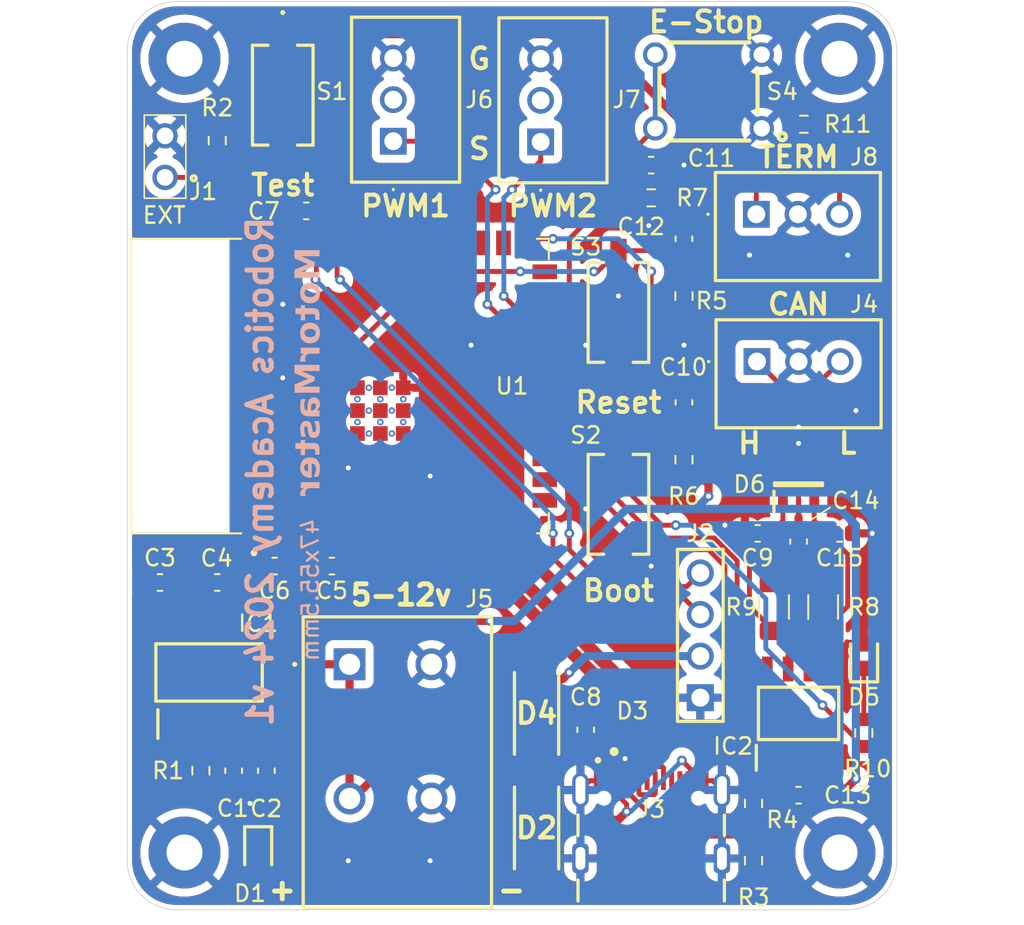
<source format=kicad_pcb>
(kicad_pcb (version 20240108) (generator "pcbnew") (generator_version "8.0")
  (layers (0 "F.Cu" signal) (31 "B.Cu" signal) (34 "B.Paste" user) (35 "F.Paste" user) (36 "B.SilkS" user "B.Silkscreen") (37 "F.SilkS" user "F.Silkscreen") (38 "B.Mask" user) (39 "F.Mask" user) (44 "Edge.Cuts" user))
  (net 0 "")
  (net 1 "VCC_IN")
  (net 2 "GND")
  (net 3 "VCC_3V3")
  (net 4 "CHIP_EN")
  (net 5 "GPIO0")
  (net 8 "RX")
  (net 9 "TX")
  (net 25 "Net-(D1-K)")
  (net 26 "USB-")
  (net 27 "USB+")
  (net 30 "Net-(D2-A)")
  (net 31 "GPIO2")
  (net 32 "Net-(D6-CANH)")
  (net 33 "GPIO48")
  (net 34 "Net-(C14-Pad2)")
  (net 35 "Net-(D6-CANL)")
  (net 36 "Net-(D4-A)")
  (net 40 "Net-(D5-K)")
  (net 41 "GPIO9")
  (net 42 "GPIO10")
  (net 43 "GPIO1")
  (net 44 "Net-(J3-CC1)")
  (net 47 "Net-(J3-CC2)")
  (net 48 "GPIO21")
  (net 49 "GPIO47")
  (net 50 "Net-(J8-CANL)")
  (net 51 "Net-(J8-CANH)")
  (net 52 "GPIO11")
  (net 60 "unconnected-(U1-IO6-Pad6)")
  (footprint "Capacitor_SMD:C_0603_1608Metric" (layer "F.Cu") (at 133 120.5 90)
    (property "Reference" "C1")
    (property "Value" "10uF")
  )
  (footprint "Resistor_SMD:R_0603_1608Metric" (layer "F.Cu") (at 158.5 85.5)
    (property "Reference" "R7")
    (property "Value" "10k")
  )
  (footprint "ESP32-S3-WROOM-1-N8:XCVR_ESP32-S3-WROOM-1-N8" (layer "F.Cu") (at 139.5 97 90)
    (property "Reference" "U1")
    (property "Value" "ESP32-S3-WROOM-1-N8")
  )
  (footprint "MountingHole:MountingHole_2.2mm_M2_Pad" (layer "F.Cu") (at 170 77)
    (property "Reference" "REF**" (hide yes))
    (property "Value" "MountingHole_2.2mm_M2_Pad")
  )
  (footprint "Capacitor_SMD:C_0603_1608Metric" (layer "F.Cu") (at 139 108)
    (property "Reference" "C5")
    (property "Value" "0.1uF")
  )
  (footprint "Capacitor_SMD:C_0603_1608Metric" (layer "F.Cu") (at 160.5 88 -90)
    (property "Reference" "C12")
    (property "Value" "0.1uF")
  )
  (footprint "USB-C-data-connector:GCT_USB4105-GF-A" (layer "F.Cu") (at 158.5 125.8625)
    (property "Reference" "J3")
    (property "Value" "USB4105-GF-A")
  )
  (footprint "SamacSys_Parts:DQA_R-PUSON-N10_" (layer "F.Cu") (at 157.25 118.492275)
    (property "Reference" "D3")
    (property "Value" "TPD4E02B04DQAR" (hide yes))
  )
  (footprint "SamacSys_Parts:LEDC1608X80N" (layer "F.Cu") (at 134.5 125.5 -90)
    (property "Reference" "D1")
    (property "Value" "150060RS75000" (hide yes))
  )
  (footprint "Capacitor_SMD:C_0603_1608Metric" (layer "F.Cu") (at 135.5 108 180)
    (property "Reference" "C6")
    (property "Value" "10uF")
  )
  (footprint "Resistor_SMD:R_0603_1608Metric" (layer "F.Cu") (at 164.75 122.5 90)
    (property "Reference" "R4")
    (property "Value" "5.1k")
  )
  (footprint "SamacSys_Parts:TSW-102-XX-YY-S" (layer "F.Cu") (at 128.8125 84.25 90)
    (property "Reference" "J1")
    (property "Value" "EXT")
  )
  (footprint "Resistor_SMD:R_0603_1608Metric" (layer "F.Cu") (at 131 120.5 90)
    (property "Reference" "R1")
    (property "Value" "47")
  )
  (footprint "SamacSys_Parts:1719710103" (layer "F.Cu") (at 142.75 82.04 -90)
    (property "Reference" "J6")
    (property "Value" "PWM1")
  )
  (footprint "SamacSys_Parts:LEDC1608X80N" (layer "F.Cu") (at 171.5 113.5 90)
    (property "Reference" "D5")
    (property "Value" "150060RS75000" (hide yes))
  )
  (footprint "SamacSys_Parts:PTS636SKG25JSMTRLFS" (layer "F.Cu") (at 156.5 92.5 90)
    (property "Reference" "S3")
    (property "Value" "Reset")
  )
  (footprint "SamacSys_Parts:1719710103" (layer "F.Cu") (at 164.92 86.5 180)
    (property "Reference" "J8")
    (property "Value" "TERM")
  )
  (footprint "Resistor_SMD:R_0603_1608Metric" (layer "F.Cu") (at 171.48384 118.19748 -90)
    (property "Reference" "R10")
    (property "Value" "47")
  )
  (footprint "Capacitor_SMD:C_0603_1608Metric" (layer "F.Cu") (at 160.5 98 -90)
    (property "Reference" "C10")
    (property "Value" "0.1uF")
  )
  (footprint "Resistor_SMD:R_0603_1608Metric" (layer "F.Cu") (at 160.5 91.5 -90)
    (property "Reference" "R5")
    (property "Value" "10k")
  )
  (footprint "Resistor_SMD:R_1206_3216Metric" (layer "F.Cu") (at 166 110.5 -90)
    (property "Reference" "R9")
    (property "Value" "60")
  )
  (footprint "SamacSys_Parts:1190297" (layer "F.Cu") (at 140.08 114)
    (property "Reference" "J5")
    (property "Value" "5-12V" (hide yes))
  )
  (footprint "MountingHole:MountingHole_2.2mm_M2_Pad" (layer "F.Cu") (at 130 125.5)
    (property "Reference" "REF**" (hide yes))
    (property "Value" "MountingHole_2.2mm_M2_Pad")
  )
  (footprint "Capacitor_SMD:C_0603_1608Metric" (layer "F.Cu") (at 158.5 83.5 180)
    (property "Reference" "C11")
    (property "Value" "0.1uF")
  )
  (footprint "SamacSys_Parts:DIONM5027X250N" (layer "F.Cu") (at 151.5 117 90)
    (property "Reference" "D4")
    (property "Value" "SK14" (hide yes))
  )
  (footprint "Capacitor_SMD:C_0603_1608Metric" (layer "F.Cu") (at 137.438648 86.297991 180)
    (property "Reference" "C7")
    (property "Value" "0.1uF")
  )
  (footprint "SamacSys_Parts:FSM4JH" (layer "F.Cu") (at 162 79 180)
    (property "Reference" "S4")
    (property "Value" "E-Stop")
  )
  (footprint "Capacitor_SMD:C_0603_1608Metric" (layer "F.Cu") (at 167.5 122)
    (property "Reference" "C13")
    (property "Value" "0.1uF")
  )
  (footprint "SamacSys_Parts:PTS636SKG25JSMTRLFS" (layer "F.Cu") (at 136 79.225 -90)
    (property "Reference" "S1")
    (property "Value" "Test")
  )
  (footprint "SamacSys_Parts:SOT230P700X180-4N" (layer "F.Cu") (at 131.5 114.5 90)
    (property "Reference" "IC1")
    (property "Value" "LM1117MPX-3.3_NOPB" (hide yes))
  )
  (footprint "SamacSys_Parts:SOT96P237X111-3N" (layer "F.Cu") (at 167.5 103 90)
    (property "Reference" "D6")
    (property "Value" "SZNUP2105LT1G" (hide yes))
  )
  (footprint "Capacitor_SMD:C_0603_1608Metric" (layer "F.Cu") (at 165 106 180)
    (property "Reference" "C9")
    (property "Value" "100p")
  )
  (footprint "Capacitor_SMD:C_0603_1608Metric" (layer "F.Cu") (at 132 109)
    (property "Reference" "C4")
    (property "Value" "10uF")
  )
  (footprint "Resistor_SMD:R_1206_3216Metric" (layer "F.Cu") (at 169 110.5 -90)
    (property "Reference" "R8")
    (property "Value" "60")
  )
  (footprint "Resistor_SMD:R_0603_1608Metric" (layer "F.Cu") (at 132 82 90)
    (property "Reference" "R2")
    (property "Value" "10k")
  )
  (footprint "MountingHole:MountingHole_2.2mm_M2_Pad" (layer "F.Cu") (at 130 77)
    (property "Reference" "REF**" (hide yes))
    (property "Value" "MountingHole_2.2mm_M2_Pad")
  )
  (footprint "SamacSys_Parts:1719710103" (layer "F.Cu") (at 164.96 95.5 180)
    (property "Reference" "J4")
    (property "Value" "CAN")
  )
  (footprint "Capacitor_SMD:C_0603_1608Metric" (layer "F.Cu") (at 128.5 109 180)
    (property "Reference" "C3")
    (property "Value" "0.1uF")
  )
  (footprint "SamacSys_Parts:SOIC127P600X175-8N" (layer "F.Cu") (at 167.5 117 90)
    (property "Reference" "IC2")
    (property "Value" "SN65HVD232DR" (hide yes))
  )
  (footprint "Capacitor_SMD:C_0603_1608Metric" (layer "F.Cu") (at 135 120.5 90)
    (property "Reference" "C2")
    (property "Value" "0.1uF")
  )
  (footprint "SamacSys_Parts:DIONM5027X250N" (layer "F.Cu") (at 151.5 124 -90)
    (property "Reference" "D2")
    (property "Value" "SK14" (hide yes))
  )
  (footprint "Resistor_SMD:R_0603_1608Metric" (layer "F.Cu") (at 167.825 81 180)
    (property "Reference" "R11")
    (property "Value" "120")
  )
  (footprint "SamacSys_Parts:1719710103" (layer "F.Cu") (at 151.75 82.08 -90)
    (property "Reference" "J7")
    (property "Value" "PWM2")
  )
  (footprint "Resistor_SMD:R_0603_1608Metric" (layer "F.Cu") (at 164.75 126 90)
    (property "Reference" "R3")
    (property "Value" "5.1k")
  )
  (footprint "Capacitor_SMD:C_0603_1608Metric" (layer "F.Cu") (at 167.5 106.5 -90)
    (property "Reference" "C14")
    (property "Value" "4.7n")
  )
  (footprint "SamacSys_Parts:PTS636SKG25JSMTRLFS" (layer "F.Cu") (at 156.5 104.225 90)
    (property "Reference" "S2")
    (property "Value" "Boot")
  )
  (footprint "Resistor_SMD:R_0603_1608Metric" (layer "F.Cu") (at 160.5 101.5 -90)
    (property "Reference" "R6")
    (property "Value" "10k")
  )
  (footprint "Capacitor_SMD:C_0603_1608Metric" (layer "F.Cu") (at 170 106)
    (property "Reference" "C15")
    (property "Value" "100p")
  )
  (footprint "MountingHole:MountingHole_2.2mm_M2_Pad" (layer "F.Cu") (at 170 125.5)
    (property "Reference" "REF**" (hide yes))
    (property "Value" "MountingHole_2.2mm_M2_Pad")
  )
  (footprint "SamacSys_Parts:HDRV4W64P0X254_1X4_1016X254X889P" (layer "F.Cu") (at 161.5 116.04 90)
    (property "Reference" "J2")
    (property "Value" "FTDI" (hide yes))
  )
  (footprint "Capacitor_SMD:C_0603_1608Metric" (layer "F.Cu") (at 154.5 118 -90)
    (property "Reference" "C8")
    (property "Value" "10uF")
  )
  (gr_line (start 168.258856 105.175543) (end 169.420212 104.421992) (stroke (width 0.1)) (layer "F.SilkS"))
  (gr_line (start 170.5 73.5) (end 129.5 73.5) (stroke (width 0.05)) (layer "Edge.Cuts"))
  (gr_line (start 126.5 76.5) (end 126.5 126) (stroke (width 0.05)) (layer "Edge.Cuts"))
  (gr_arc (start 129.5 129) (mid 127.37868 128.12132) (end 126.5 126) (stroke (width 0.05)) (layer "Edge.Cuts"))
  (gr_arc (start 173.5 126) (mid 172.62132 128.12132) (end 170.5 129) (stroke (width 0.05)) (layer "Edge.Cuts"))
  (gr_line (start 129.5 129) (end 170.5 129) (stroke (width 0.05)) (layer "Edge.Cuts"))
  (gr_line (start 173.5 126) (end 173.5 76.5) (stroke (width 0.05)) (layer "Edge.Cuts"))
  (gr_arc (start 170.5 73.5) (mid 172.62132 74.37868) (end 173.5 76.5) (stroke (width 0.05)) (layer "Edge.Cuts"))
  (gr_arc (start 126.5 76.5) (mid 127.37868 74.37868) (end 129.5 73.5) (stroke (width 0.05)) (layer "Edge.Cuts"))
  (gr_text "47x55.5mm" (at 138.272576 105 90) (layer "B.SilkS") (effects (font (size 1 1)) (justify left bottom mirror)))
  (gr_text "Robotics Academy 2024 v1" (at 135.5 86.5 90) (layer "B.SilkS") (effects (font (size 1.5 1.5) (thickness 0.3) (bold yes)) (justify left bottom mirror)))
  (gr_text "MotorMaster" (at 138.5 88.5 90) (layer "B.SilkS") (effects (font (size 1.5 1.5) (thickness 0.3) (bold yes)) (justify left bottom mirror)))
  (gr_text "G" (at 148 77 0) (layer "F.SilkS") (effects (font (size 1.27 1.27) (thickness 0.254))))
  (gr_text "H" (at 164.5 100.5 0) (layer "F.SilkS") (effects (font (size 1.27 1.27) (thickness 0.254))))
  (gr_text "L" (at 170.5 100.5 0) (layer "F.SilkS") (effects (font (size 1.27 1.27) (thickness 0.254))))
  (gr_text "S" (at 148 82.5 0) (layer "F.SilkS") (effects (font (size 1.27 1.27) (thickness 0.254))))
  (gr_text "5-12v" (at 140 110.5 0) (layer "F.SilkS") (effects (font (size 1.25 1.25) (thickness 0.3) (bold yes)) (justify left bottom)))
  (gr_text "-" (at 149 128.5 0) (layer "F.SilkS") (effects (font (size 1.25 1.25) (thickness 0.3) (bold yes)) (justify left bottom)))
  (gr_text "+" (at 135 128.5 0) (layer "F.SilkS") (effects (font (size 1.25 1.25) (thickness 0.3) (bold yes)) (justify left bottom)))
  (segment (start 140.08 114) (end 137.45 114) (width 0.5) (layer "F.Cu") (net 1))
  (segment (start 135 119.725) (end 134.725 119.725) (width 0.5) (layer "F.Cu") (net 1))
  (segment (start 133 119.6) (end 133.8 118.8) (width 0.5) (layer "F.Cu") (net 1))
  (segment (start 154.175 119.1) (end 154.5 118.775) (width 0.5) (layer "F.Cu") (net 1))
  (segment (start 133 119.725) (end 133 119.6) (width 0.5) (layer "F.Cu") (net 1))
  (segment (start 137.45 114) (end 133.8 117.65) (width 0.5) (layer "F.Cu") (net 1))
  (segment (start 134.725 119.725) (end 133.8 118.8) (width 0.5) (layer "F.Cu") (net 1))
  (segment (start 140.3 122.2) (end 143.4 119.1) (width 0.5) (layer "F.Cu") (net 1))
  (segment (start 133.8 118.8) (end 133.8 117.65) (width 0.5) (layer "F.Cu") (net 1))
  (segment (start 151.5 119.1) (end 154.175 119.1) (width 0.5) (layer "F.Cu") (net 1))
  (segment (start 140.08 122.2) (end 140.3 122.2) (width 0.5) (layer "F.Cu") (net 1))
  (segment (start 140.08 122.2) (end 140.08 114) (width 0.5) (layer "F.Cu") (net 1))
  (segment (start 151.5 119.1) (end 151.5 121.9) (width 0.5) (layer "F.Cu") (net 1))
  (segment (start 143.4 119.1) (end 151.5 119.1) (width 0.5) (layer "F.Cu") (net 1))
  (segment (start 133 121.275) (end 134 122.275) (width 0.3) (layer "F.Cu") (net 2))
  (segment (start 166.865 121.86) (end 166.725 122) (width 0.3) (layer "F.Cu") (net 2))
  (segment (start 157.25 119.4125) (end 156.9 119.7625) (width 0.3) (layer "F.Cu") (net 2))
  (segment (start 159.275 83.5) (end 160.5 83.5) (width 0.3) (layer "F.Cu") (net 2))
  (segment (start 160.5 94.5) (end 160.5 97.225) (width 0.3) (layer "F.Cu") (net 2))
  (segment (start 162.245 121.1075) (end 162.82 121.6825) (width 0.3) (layer "F.Cu") (net 2))
  (segment (start 167.5 105.725) (end 167.5 101.95) (width 0.3) (layer "F.Cu") (net 2))
  (segment (start 154.755 121.1075) (end 154.18 121.6825) (width 0.3) (layer "F.Cu") (net 2))
  (segment (start 161.7 121.1075) (end 162.245 121.1075) (width 0.3) (layer "F.Cu") (net 2))
  (segment (start 155.3 121.1075) (end 154.755 121.1075) (width 0.3) (layer "F.Cu") (net 2))
  (segment (start 157.25 118.877275) (end 157.25 118.107275) (width 0.3) (layer "F.Cu") (net 2))
  (segment (start 167.5 100.5) (end 167.5 99.5) (width 0.3) (layer "F.Cu") (net 2))
  (segment (start 160.47557 87.20057) (end 160.5 87.225) (width 0.3) (layer "F.Cu") (net 2))
  (segment (start 166.865 119.712) (end 166.865 121.86) (width 0.3) (layer "F.Cu") (net 2))
  (segment (start 158.352186 87.20057) (end 160.47557 87.20057) (width 0.3) (layer "F.Cu") (net 2))
  (segment (start 154 121.8625) (end 154.18 121.6825) (width 0.3) (layer "F.Cu") (net 2))
  (segment (start 157.25 118.877275) (end 157.25 119.4125) (width 0.3) (layer "F.Cu") (net 2))
  (segment (start 167.5 101.95) (end 167.5 100.5) (width 0.3) (layer "F.Cu") (net 2))
  (segment (start 134 122.275) (end 134 122.5) (width 0.3) (layer "F.Cu") (net 2))
  (via (at 164.5 89) (size 0.6) (drill 0.3) (layers "F.Cu" "B.Cu") (net 2))
  (via (at 171 98.5) (size 0.6) (drill 0.3) (layers "F.Cu" "B.Cu") (net 2))
  (via (at 136 92) (size 0.6) (drill 0.3) (layers "F.Cu" "B.Cu") (net 2))
  (via (at 154.5 94.5) (size 0.6) (drill 0.3) (layers "F.Cu" "B.Cu") (net 2))
  (via (at 156.9 119.7625) (size 0.6) (drill 0.3) (layers "F.Cu" "B.Cu") (net 2))
  (via (at 145 126) (size 0.6) (drill 0.3) (layers "F.Cu" "B.Cu") (net 2))
  (via (at 170.5 89) (size 0.6) (drill 0.3) (layers "F.Cu" "B.Cu") (net 2))
  (via (at 134 122.5) (size 0.6) (drill 0.3) (layers "F.Cu" "B.Cu") (net 2))
  (via (at 156.5 91.5) (size 0.6) (drill 0.3) (layers "F.Cu" "B.Cu") (net 2))
  (via (at 172 106) (size 0.6) (drill 0.3) (layers "F.Cu" "B.Cu") (net 2))
  (via (at 163 105.5) (size 0.6) (drill 0.3) (layers "F.Cu" "B.Cu") (net 2))
  (via (at 167.5 100.5) (size 0.6) (drill 0.3) (layers "F.Cu" "B.Cu") (net 2))
  (via (at 154.5 104.5) (size 0.6) (drill 0.3) (layers "F.Cu" "B.Cu") (net 2))
  (via (at 136 96.5) (size 0.6) (drill 0.3) (layers "F.Cu" "B.Cu") (net 2))
  (via (at 147.5 94.5) (size 0.6) (drill 0.3) (layers "F.Cu" "B.Cu") (net 2))
  (via (at 158.5 108) (size 0.6) (drill 0.3) (layers "F.Cu" "B.Cu") (net 2))
  (via (at 140 102) (size 0.6) (drill 0.3) (layers "F.Cu" "B.Cu") (net 2))
  (via (at 167.5 99.5) (size 0.6) (drill 0.3) (layers "F.Cu" "B.Cu") (net 2))
  (via (at 140 126) (size 0.6) (drill 0.3) (layers "F.Cu" "B.Cu") (net 2))
  (via (at 145 102.5) (size 0.6) (drill 0.3) (layers "F.Cu" "B.Cu") (net 2))
  (via (at 160.5 94.5) (size 0.6) (drill 0.3) (layers "F.Cu" "B.Cu") (net 2))
  (via (at 160.5 83.5) (size 0.6) (drill 0.3) (layers "F.Cu" "B.Cu") (net 2))
  (via (at 158.352186 87.20057) (size 0.6) (drill 0.3) (layers "F.Cu" "B.Cu") (net 2))
  (segment (start 131 119.675) (end 131 118.15) (width 0.5) (layer "F.Cu") (net 3))
  (segment (start 155 75.5) (end 141.5 75.5) (width 0.5) (layer "F.Cu") (net 3))
  (segment (start 148.65 111.35) (end 131.5 111.35) (width 0.5) (layer "F.Cu") (net 3))
  (segment (start 131.225 111.075) (end 131.5 111.35) (width 0.5) (layer "F.Cu") (net 3))
  (segment (start 162 86.5) (end 162 93) (width 0.5) (layer "F.Cu") (net 3))
  (segment (start 161.325 102.325) (end 162 103) (width 0.5) (layer "F.Cu") (net 3))
  (segment (start 136.275 107.275) (end 136.275 108) (width 0.5) (layer "F.Cu") (net 3))
  (segment (start 161.325 92.325) (end 162 93) (width 0.5) (layer "F.Cu") (net 3))
  (segment (start 160.5 102.325) (end 161.325 102.325) (width 0.5) (layer "F.Cu") (net 3))
  (segment (start 135.51 106.51) (end 136.275 107.275) (width 0.5) (layer "F.Cu") (net 3))
  (segment (start 162 103.724215) (end 162 103) (width 0.5) (layer "F.Cu") (net 3))
  (segment (start 136.275 108.725) (end 136.275 108) (width 0.5) (layer "F.Cu") (net 3))
  (segment (start 162 86.5) (end 162 82.5) (width 0.5) (layer "F.Cu") (net 3))
  (segment (start 135.825 81.175) (end 132 81.175) (width 0.5) (layer "F.Cu") (net 3))
  (segment (start 133.65 111.35) (end 136.275 108.725) (width 0.5) (layer "F.Cu") (net 3))
  (segment (start 162 82.5) (end 155 75.5) (width 0.5) (layer "F.Cu") (net 3))
  (segment (start 135.51 105.75) (end 135.51 106.51) (width 0.5) (layer "F.Cu") (net 3))
  (segment (start 131.5 111.35) (end 133.65 111.35) (width 0.5) (layer "F.Cu") (net 3))
  (segment (start 168.135 119.712) (end 168.135 121.86) (width 0.5) (layer "F.Cu") (net 3))
  (segment (start 159.325 85.5) (end 161 85.5) (width 0.5) (layer "F.Cu") (net 3))
  (segment (start 129.275 109) (end 131.225 109) (width 0.5) (layer "F.Cu") (net 3))
  (segment (start 168.275 122) (end 170 122) (width 0.5) (layer "F.Cu") (net 3))
  (segment (start 131.5 117.65) (end 131.5 111.35) (width 0.5) (layer "F.Cu") (net 3))
  (segment (start 162 93) (end 162 103) (width 0.5) (layer "F.Cu") (net 3))
  (segment (start 161 85.5) (end 162 86.5) (width 0.5) (layer "F.Cu") (net 3))
  (segment (start 170 122) (end 171 121) (width 0.5) (layer "F.Cu") (net 3))
  (segment (start 168.135 121.86) (end 168.275 122) (width 0.5) (layer "F.Cu") (net 3))
  (segment (start 136.275 108) (end 138.225 108) (width 0.5) (layer "F.Cu") (net 3))
  (segment (start 131 118.15) (end 131.5 117.65) (width 0.5) (layer "F.Cu") (net 3))
  (segment (start 160.5 92.325) (end 161.325 92.325) (width 0.5) (layer "F.Cu") (net 3))
  (segment (start 141.5 75.5) (end 135.825 81.175) (width 0.5) (layer "F.Cu") (net 3))
  (segment (start 131.225 109) (end 131.225 111.075) (width 0.5) (layer "F.Cu") (net 3))
  (via (at 162 103.724215) (size 0.6) (drill 0.3) (layers "F.Cu" "B.Cu") (net 3))
  (via (at 171 121) (size 0.6) (drill 0.3) (layers "F.Cu" "B.Cu") (net 3))
  (via (at 148.65 111.35) (size 0.6) (drill 0.3) (layers "F.Cu" "B.Cu") (net 3))
  (segment (start 157.004092 104.5) (end 161.224215 104.5) (width 0.5) (layer "B.Cu") (net 3))
  (segment (start 150.154092 111.35) (end 157.004092 104.5) (width 0.5) (layer "B.Cu") (net 3))
  (segment (start 161.224215 104.5) (end 170 104.5) (width 0.5) (layer "B.Cu") (net 3))
  (segment (start 148.65 111.35) (end 150.154092 111.35) (width 0.5) (layer "B.Cu") (net 3))
  (segment (start 170 104.5) (end 171 105.5) (width 0.5) (layer "B.Cu") (net 3))
  (segment (start 171 105.5) (end 171 121) (width 0.5) (layer "B.Cu") (net 3))
  (segment (start 161.224215 104.5) (end 162 103.724215) (width 0.5) (layer "B.Cu") (net 3))
  (segment (start 136.78 98.22) (end 136.78 105.75) (width 0.3) (layer "F.Cu") (net 4))
  (segment (start 150.5 90) (end 145 90) (width 0.3) (layer "F.Cu") (net 4))
  (segment (start 155.225 90) (end 156.5 88.725) (width 0.3) (layer "F.Cu") (net 4))
  (segment (start 155 90) (end 155.225 90) (width 0.3) (layer "F.Cu") (net 4))
  (segment (start 156.5 88.725) (end 160.45 88.725) (width 0.3) (layer "F.Cu") (net 4))
  (segment (start 160.5 90.675) (end 160.5 88.775) (width 0.3) (layer "F.Cu") (net 4))
  (segment (start 145 90) (end 136.78 98.22) (width 0.3) (layer "F.Cu") (net 4))
  (segment (start 160.45 88.725) (end 160.5 88.775) (width 0.3) (layer "F.Cu") (net 4))
  (via (at 155 90) (size 0.6) (drill 0.3) (layers "F.Cu" "B.Cu") (net 4))
  (via (at 150.5 90) (size 0.6) (drill 0.3) (layers "F.Cu" "B.Cu") (net 4))
  (segment (start 155 90) (end 150.5 90) (width 0.3) (layer "B.Cu") (net 4))
  (segment (start 160.5 98.775) (end 158.5 96.775) (width 0.3) (layer "F.Cu") (net 5))
  (segment (start 152.5 88) (end 151 88) (width 0.3) (layer "F.Cu") (net 5))
  (segment (start 160.275 100.45) (end 160.5 100.675) (width 0.3) (layer "F.Cu") (net 5))
  (segment (start 160.5 98.775) (end 160.5 100.675) (width 0.3) (layer "F.Cu") (net 5))
  (segment (start 156.5 100.45) (end 160.275 100.45) (width 0.3) (layer "F.Cu") (net 5))
  (segment (start 151 88) (end 150.75 88.25) (width 0.3) (layer "F.Cu") (net 5))
  (segment (start 158.5 96.775) (end 158.5 90) (width 0.3) (layer "F.Cu") (net 5))
  (via (at 152.5 88) (size 0.6) (drill 0.3) (layers "F.Cu" "B.Cu") (net 5))
  (via (at 158.5 90) (size 0.6) (drill 0.3) (layers "F.Cu" "B.Cu") (net 5))
  (segment (start 158.5 90) (end 156.5 88) (width 0.3) (layer "B.Cu") (net 5))
  (segment (start 156.5 88) (end 152.5 88) (width 0.3) (layer "B.Cu") (net 5))
  (segment (start 153.5 106) (end 153.5 107) (width 0.3) (layer "F.Cu") (net 8))
  (segment (start 160.675 109.245) (end 161.5 108.42) (width 0.3) (layer "F.Cu") (net 8))
  (segment (start 155.745 109.245) (end 160.675 109.245) (width 0.3) (layer "F.Cu") (net 8))
  (segment (start 153.5 107) (end 155.745 109.245) (width 0.3) (layer "F.Cu") (net 8))
  (segment (start 139.3 88.27) (end 139.32 88.25) (width 0.3) (layer "F.Cu") (net 8))
  (segment (start 139.5 90.5) (end 139.32 90.32) (width 0.3) (layer "F.Cu") (net 8))
  (segment (start 139.32 90.32) (end 139.32 88.25) (width 0.3) (layer "F.Cu") (net 8))
  (via (at 139.5 90.5) (size 0.6) (drill 0.3) (layers "F.Cu" "B.Cu") (net 8))
  (via (at 153.5 106) (size 0.6) (drill 0.3) (layers "F.Cu" "B.Cu") (net 8))
  (segment (start 153.5 104.5) (end 139.5 90.5) (width 0.3) (layer "B.Cu") (net 8))
  (segment (start 153.5 106) (end 153.5 104.5) (width 0.3) (layer "B.Cu") (net 8))
  (segment (start 160.54 110) (end 161.5 110.96) (width 0.3) (layer "F.Cu") (net 9))
  (segment (start 138.05 88.25) (end 138.05 90.45) (width 0.3) (layer "F.Cu") (net 9))
  (segment (start 152.5 106) (end 152.5 107.5) (width 0.3) (layer "F.Cu") (net 9))
  (segment (start 138.05 90.45) (end 138 90.5) (width 0.3) (layer "F.Cu") (net 9))
  (segment (start 155 110) (end 160.54 110) (width 0.3) (layer "F.Cu") (net 9))
  (segment (start 152.5 107.5) (end 155 110) (width 0.3) (layer "F.Cu") (net 9))
  (segment (start 138.1 88.3) (end 138.05 88.25) (width 0.3) (layer "F.Cu") (net 9))
  (via (at 152.5 106) (size 0.6) (drill 0.3) (layers "F.Cu" "B.Cu") (net 9))
  (via (at 138 90.5) (size 0.6) (drill 0.3) (layers "F.Cu" "B.Cu") (net 9))
  (segment (start 152.5 106) (end 152.5 105) (width 0.3) (layer "B.Cu") (net 9))
  (segment (start 152.5 105) (end 138 90.5) (width 0.3) (layer "B.Cu") (net 9))
  (segment (start 131.075 121.325) (end 134.5 124.75) (width 0.3) (layer "F.Cu") (net 25))
  (segment (start 131 121.325) (end 131.075 121.325) (width 0.3) (layer "F.Cu") (net 25))
  (segment (start 158.75 121.1075) (end 158.75 121.8925) (width 0.3) (layer "F.Cu") (net 26))
  (segment (start 157.75 121.8925) (end 157.75 121.1075) (width 0.3) (layer "F.Cu") (net 26))
  (segment (start 157.82 121.9625) (end 157.75 121.8925) (width 0.3) (layer "F.Cu") (net 26))
  (segment (start 149.79 107.06) (end 149.79 109.410146) (width 0.8) (layer "F.Cu") (net 26))
  (segment (start 157.521177 117.141323) (end 157.76 117.380146) (width 0.3) (layer "F.Cu") (net 26))
  (segment (start 158.75 121.8925) (end 158.68 121.9625) (width 0.3) (layer "F.Cu") (net 26))
  (segment (start 157.75 118.107275) (end 157.75 118.827275) (width 0.3) (layer "F.Cu") (net 26))
  (segment (start 149.79 109.410146) (end 157.521177 117.141323) (width 0.8) (layer "F.Cu") (net 26))
  (segment (start 157.76 117.380146) (end 157.76 118.107275) (width 0.3) (layer "F.Cu") (net 26))
  (segment (start 149.48 105.75) (end 149.48 105.98) (width 0.65) (layer "F.Cu") (net 26))
  (segment (start 157.75 121.1075) (end 157.75 118.927275) (width 0.3) (layer "F.Cu") (net 26))
  (segment (start 149.48 105.75) (end 149.48 106.75) (width 0.8) (layer "F.Cu") (net 26))
  (segment (start 158.68 121.9625) (end 157.82 121.9625) (width 0.3) (layer "F.Cu") (net 26))
  (segment (start 149.48 105.98) (end 149.5 106) (width 0.65) (layer "F.Cu") (net 26))
  (segment (start 149.48 106.75) (end 149.79 107.06) (width 0.8) (layer "F.Cu") (net 26))
  (segment (start 157.75 117.111344) (end 157.650578 117.011922) (width 0.3) (layer "F.Cu") (net 26))
  (segment (start 158.25 118.877275) (end 158.25 118.107275) (width 0.3) (layer "F.Cu") (net 27))
  (segment (start 158.42 120.2525) (end 159.18 120.2525) (width 0.3) (layer "F.Cu") (net 27))
  (segment (start 158.25 121.1075) (end 158.25 118.877275) (width 0.3) (layer "F.Cu") (net 27))
  (segment (start 159.18 120.2525) (end 159.25 120.3225) (width 0.3) (layer "F.Cu") (net 27))
  (segment (start 158.25 121.1075) (end 158.25 120.4225) (width 0.3) (layer "F.Cu") (net 27))
  (segment (start 159.25 120.3225) (end 159.25 121.1075) (width 0.3) (layer "F.Cu") (net 27))
  (segment (start 158.25 120.4225) (end 158.42 120.2525) (width 0.3) (layer "F.Cu") (net 27))
  (segment (start 150.75 105.75) (end 150.75 109.0125) (width 0.8) (layer "F.Cu") (net 27))
  (segment (start 158.25 117.2125) (end 158.6 116.8625) (width 0.3) (layer "F.Cu") (net 27))
  (segment (start 158.25 118.107275) (end 158.25 117.2125) (width 0.3) (layer "F.Cu") (net 27))
  (segment (start 150.75 109.0125) (end 158.6 116.8625) (width 0.8) (layer "F.Cu") (net 27))
  (segment (start 154.199434 123.5) (end 156.5 123.5) (width 0.5) (layer "F.Cu") (net 30))
  (segment (start 160.75 120.9575) (end 160.9 121.1075) (width 0.3) (layer "F.Cu") (net 30))
  (segment (start 156.5 123.5) (end 157 123) (width 0.5) (layer "F.Cu") (net 30))
  (segment (start 156.1 121.647195) (end 156.1 121.1075) (width 0.3) (layer "F.Cu") (net 30))
  (segment (start 160.375 119.875) (end 160.9 120.4) (width 0.3) (layer "F.Cu") (net 30))
  (segment (start 160.9 120.4) (end 160.9 121.1075) (width 0.3) (layer "F.Cu") (net 30))
  (segment (start 157 123) (end 157 122.547195) (width 0.3) (layer "F.Cu") (net 30))
  (segment (start 156.1 121.1075) (end 156.1 120.4785) (width 0.3) (layer "F.Cu") (net 30))
  (segment (start 157 122.547195) (end 156.1 121.647195) (width 0.3) (layer "F.Cu") (net 30))
  (segment (start 151.599434 126.1) (end 154.199434 123.5) (width 0.5) (layer "F.Cu") (net 30))
  (segment (start 151.5 126.1) (end 151.599434 126.1) (width 0.5) (layer "F.Cu") (net 30))
  (segment (start 156.1 119.027275) (end 156.25 118.877275) (width 0.3) (layer "F.Cu") (net 30))
  (segment (start 156.1 121.1075) (end 156.1 119.027275) (width 0.3) (layer "F.Cu") (net 30))
  (via (at 160.375 119.875) (size 0.6) (drill 0.3) (layers "F.Cu" "B.Cu") (net 30))
  (via (at 157 123) (size 0.6) (drill 0.3) (layers "F.Cu" "B.Cu") (net 30))
  (segment (start 157.25 123) (end 160.375 119.875) (width 0.3) (layer "B.Cu") (net 30))
  (segment (start 157 123) (end 157.25 123) (width 0.3) (layer "B.Cu") (net 30))
  (segment (start 132 82.825) (end 135.825 82.825) (width 0.3) (layer "F.Cu") (net 31))
  (segment (start 136 83.275) (end 136.663648 83.938648) (width 0.3) (layer "F.Cu") (net 31))
  (segment (start 135.825 82.825) (end 136 83) (width 0.3) (layer "F.Cu") (net 31))
  (segment (start 136.78 86.414343) (end 136.663648 86.297991) (width 0.3) (layer "F.Cu") (net 31))
  (segment (start 136.663648 83.938648) (end 136.663648 86.297991) (width 0.3) (layer "F.Cu") (net 31))
  (segment (start 136 83) (end 136 83.275) (width 0.3) (layer "F.Cu") (net 31))
  (segment (start 136.78 88.25) (end 136.78 86.414343) (width 0.3) (layer "F.Cu") (net 31))
  (segment (start 164.5 110.4625) (end 164.5 107.275) (width 0.3) (layer "F.Cu") (net 32))
  (segment (start 166.545 105.23) (end 165.775 106) (width 0.3) (layer "F.Cu") (net 32))
  (segment (start 164.5 107.275) (end 165.775 106) (width 0.3) (layer "F.Cu") (net 32))
  (segment (start 166.545 104.05) (end 166.545 97.085) (width 0.3) (layer "F.Cu") (net 32))
  (segment (start 166.545 104.05) (end 166.545 105.23) (width 0.3) (layer "F.Cu") (net 32))
  (segment (start 166 111.9625) (end 164.5 110.4625) (width 0.3) (layer "F.Cu") (net 32))
  (segment (start 166.865 112.8275) (end 166 111.9625) (width 0.3) (layer "F.Cu") (net 32))
  (segment (start 166.865 114.288) (end 166.865 112.8275) (width 0.3) (layer "F.Cu") (net 32))
  (segment (start 166.545 97.085) (end 164.96 95.5) (width 0.3) (layer "F.Cu") (net 32))
  (segment (start 157.675 85.5) (end 156 85.5) (width 0.3) (layer "F.Cu") (net 33))
  (segment (start 157.675 85.5) (end 157.675 83.55) (width 0.3) (layer "F.Cu") (net 33))
  (segment (start 156 85.5) (end 153.5 88) (width 0.3) (layer "F.Cu") (net 33))
  (segment (start 153.05 91.285) (end 152 91.285) (width 0.3) (layer "F.Cu") (net 33))
  (segment (start 157.675 83.55) (end 157.725 83.5) (width 0.3) (layer "F.Cu") (net 33))
  (segment (start 157.725 82.275) (end 158.75 81.25) (width 0.3) (layer "F.Cu") (net 33))
  (segment (start 157.725 83.5) (end 157.725 82.275) (width 0.3) (layer "F.Cu") (net 33))
  (segment (start 153.5 90.835) (end 153.05 91.285) (width 0.3) (layer "F.Cu") (net 33))
  (segment (start 153.5 88) (end 153.5 90.835) (width 0.3) (layer "F.Cu") (net 33))
  (segment (start 158.75 81.25) (end 158.75 76.75) (width 0.3) (layer "B.Cu") (net 33))
  (segment (start 167.5 107.5375) (end 169 109.0375) (width 0.3) (layer "F.Cu") (net 34))
  (segment (start 167.5 107.5375) (end 166 109.0375) (width 0.3) (layer "F.Cu") (net 34))
  (segment (start 167.5 107.275) (end 167.5 107.5375) (width 0.3) (layer "F.Cu") (net 34))
  (segment (start 168.135 114.288) (end 168.135 112.8275) (width 0.3) (layer "F.Cu") (net 35))
  (segment (start 168.455 104.05) (end 168.455 97.085) (width 0.3) (layer "F.Cu") (net 35))
  (segment (start 170.5 107.275) (end 169.225 106) (width 0.3) (layer "F.Cu") (net 35))
  (segment (start 169 111.9625) (end 170.5 110.4625) (width 0.3) (layer "F.Cu") (net 35))
  (segment (start 168.135 112.8275) (end 169 111.9625) (width 0.3) (layer "F.Cu") (net 35))
  (segment (start 168.455 104.05) (end 168.455 105.23) (width 0.3) (layer "F.Cu") (net 35))
  (segment (start 170.5 110.4625) (end 170.5 107.275) (width 0.3) (layer "F.Cu") (net 35))
  (segment (start 168.455 97.085) (end 170.04 95.5) (width 0.3) (layer "F.Cu") (net 35))
  (segment (start 168.455 105.23) (end 169.225 106) (width 0.3) (layer "F.Cu") (net 35))
  (segment (start 153.1 114.9) (end 151.5 114.9) (width 0.5) (layer "F.Cu") (net 36))
  (segment (start 153.5 114.5) (end 153.1 114.9) (width 0.5) (layer "F.Cu") (net 36))
  (via (at 153.5 114.5) (size 0.6) (drill 0.3) (layers "F.Cu" "B.Cu") (net 36))
  (segment (start 153.5 114.5) (end 154.5 113.5) (width 0.5) (layer "B.Cu") (net 36))
  (segment (start 154.5 113.5) (end 161.5 113.5) (width 0.5) (layer "B.Cu") (net 36))
  (segment (start 171.48384 117.37248) (end 171.48384 114.26616) (width 0.3) (layer "F.Cu") (net 40))
  (segment (start 171.48384 114.26616) (end 171.5 114.25) (width 0.3) (layer "F.Cu") (net 40))
  (segment (start 152.945 101.445) (end 152 101.445) (width 0.3) (layer "F.Cu") (net 41))
  (segment (start 163 117.117) (end 163 108) (width 0.3) (layer "F.Cu") (net 41))
  (segment (start 163 108) (end 162 107) (width 0.3) (layer "F.Cu") (net 41))
  (segment (start 162 107) (end 158.5 107) (width 0.3) (layer "F.Cu") (net 41))
  (segment (start 165.595 119.712) (end 163 117.117) (width 0.3) (layer "F.Cu") (net 41))
  (segment (start 152.007 101.452) (end 152 101.445) (width 0.3) (layer "F.Cu") (net 41))
  (segment (start 158.5 107) (end 152.945 101.445) (width 0.3) (layer "F.Cu") (net 41))
  (segment (start 152.675 100.175) (end 152 100.175) (width 0.3) (layer "F.Cu") (net 42))
  (segment (start 165.233839 118.276615) (end 163.750316 116.793092) (width 0.3) (layer "F.Cu") (net 42))
  (segment (start 169.405 119.2745) (end 168.407115 118.276615) (width 0.3) (layer "F.Cu") (net 42))
  (segment (start 162.358538 106.283269) (end 158.783269 106.283269) (width 0.3) (layer "F.Cu") (net 42))
  (segment (start 158.783269 106.283269) (end 152.675 100.175) (width 0.3) (layer "F.Cu") (net 42))
  (segment (start 168.407115 118.276615) (end 165.233839 118.276615) (width 0.3) (layer "F.Cu") (net 42))
  (segment (start 169.405 119.712) (end 169.405 119.2745) (width 0.3) (layer "F.Cu") (net 42))
  (segment (start 163.750316 116.793092) (end 163.750316 107.675047) (width 0.3) (layer "F.Cu") (net 42))
  (segment (start 163.750316 107.675047) (end 162.358538 106.283269) (width 0.3) (layer "F.Cu") (net 42))
  (segment (start 128.8125 84.25) (end 132.56 84.25) (width 0.3) (layer "F.Cu") (net 43))
  (segment (start 132.56 84.25) (end 135.51 87.2) (width 0.3) (layer "F.Cu") (net 43))
  (segment (start 135.51 87.2) (end 135.51 88.25) (width 0.3) (layer "F.Cu") (net 43))
  (segment (start 164.075 124.5) (end 164.75 125.175) (width 0.3) (layer "F.Cu") (net 44))
  (segment (start 157.25 121.1075) (end 157.25 121.99637) (width 0.3) (layer "F.Cu") (net 44))
  (segment (start 159.75363 124.5) (end 164.075 124.5) (width 0.3) (layer "F.Cu") (net 44))
  (segment (start 157.25 121.99637) (end 159.75363 124.5) (width 0.3) (layer "F.Cu") (net 44))
  (segment (start 164.675 123.2625) (end 161.303 123.2625) (width 0.3) (layer "F.Cu") (net 47))
  (segment (start 160.25 122.2095) (end 160.25 121.1075) (width 0.3) (layer "F.Cu") (net 47))
  (segment (start 161.303 123.2625) (end 160.25 122.2095) (width 0.3) (layer "F.Cu") (net 47))
  (segment (start 148.5 92) (end 150.325 93.825) (width 0.3) (layer "F.Cu") (net 48))
  (segment (start 150.325 93.825) (end 152 93.825) (width 0.3) (layer "F.Cu") (net 48))
  (segment (start 146.04 82.04) (end 149 85) (width 0.3) (layer "F.Cu") (net 48))
  (segment (start 142.75 82.04) (end 146.04 82.04) (width 0.3) (layer "F.Cu") (net 48))
  (via (at 149 85) (size 0.6) (drill 0.3) (layers "F.Cu" "B.Cu") (net 48))
  (via (at 148.5 92) (size 0.6) (drill 0.3) (layers "F.Cu" "B.Cu") (net 48))
  (segment (start 148.5 85.5) (end 149 85) (width 0.3) (layer "B.Cu") (net 48))
  (segment (start 148.5 92) (end 148.5 85.5) (width 0.3) (layer "B.Cu") (net 48))
  (segment (start 151.75 83.25) (end 150 85) (width 0.3) (layer "F.Cu") (net 49))
  (segment (start 149.5 91.5) (end 150.555 92.555) (width 0.3) (layer "F.Cu") (net 49))
  (segment (start 151.75 82.08) (end 151.75 83.25) (width 0.3) (layer "F.Cu") (net 49))
  (segment (start 150.555 92.555) (end 152 92.555) (width 0.3) (layer "F.Cu") (net 49))
  (via (at 149.5 91.5) (size 0.6) (drill 0.3) (layers "F.Cu" "B.Cu") (net 49))
  (via (at 150 85) (size 0.6) (drill 0.3) (layers "F.Cu" "B.Cu") (net 49))
  (segment (start 149.5 91.5) (end 149.5 85.5) (width 0.3) (layer "B.Cu") (net 49))
  (segment (start 149.5 85.5) (end 150 85) (width 0.3) (layer "B.Cu") (net 49))
  (segment (start 168.65 81.65) (end 168.65 81) (width 0.3) (layer "F.Cu") (net 50))
  (segment (start 170 83) (end 168.65 81.65) (width 0.3) (layer "F.Cu") (net 50))
  (segment (start 170 86.5) (end 170 83) (width 0.3) (layer "F.Cu") (net 50))
  (segment (start 167 81) (end 167 81.5) (width 0.3) (layer "F.Cu") (net 51))
  (segment (start 164.92 83.58) (end 164.92 86.5) (width 0.3) (layer "F.Cu") (net 51))
  (segment (start 167 81.5) (end 164.92 83.58) (width 0.3) (layer "F.Cu") (net 51))
  (segment (start 152.55 98.905) (end 152 98.905) (width 0.3) (layer "F.Cu") (net 52))
  (segment (start 160 105.5) (end 159.145 105.5) (width 0.3) (layer "F.Cu") (net 52))
  (segment (start 159.145 105.5) (end 152.55 98.905) (width 0.3) (layer "F.Cu") (net 52))
  (segment (start 168.96136 116.5) (end 171.48384 119.02248) (width 0.3) (layer "F.Cu") (net 52))
  (via (at 168.96136 116.5) (size 0.6) (drill 0.3) (layers "F.Cu" "B.Cu") (net 52))
  (via (at 160 105.5) (size 0.6) (drill 0.3) (layers "F.Cu" "B.Cu") (net 52))
  (segment (start 161 105.5) (end 160 105.5) (width 0.3) (layer "B.Cu") (net 52))
  (segment (start 165.5 110) (end 161 105.5) (width 0.3) (layer "B.Cu") (net 52))
  (segment (start 165.5 113.03864) (end 165.5 110) (width 0.3) (layer "B.Cu") (net 52))
  (segment (start 168.96136 116.5) (end 165.5 113.03864) (width 0.3) (layer "B.Cu") (net 52))
  (segment (start 140.59 105.75) (end 140.59 105.266) (width 0.3) (layer "F.Cu") (net 60))
  (zone (net 2) (net_name "GND") (layers "F&B.Cu") (connect_pads (clearance 0.5)) (min_thickness 0.25) (fill yes (thermal_gap 0.5) (thermal_bridge_width 0.5))
    (polygon (pts (xy 126.5 73.5) (xy 173.5 73.5) (xy 173.5 129) (xy 126.5 129)))
  )
)
</source>
